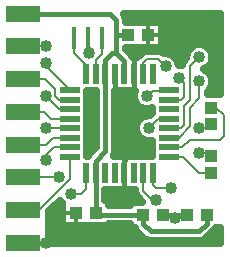
<source format=gtl>
G04 DipTrace 3.3.1.1*
G04 Top.gtl*
%MOIN*%
G04 #@! TF.FileFunction,Copper,L1,Top*
G04 #@! TF.Part,Single*
G04 #@! TA.AperFunction,Conductor*
%ADD13C,0.008*%
%ADD14C,0.017*%
%ADD15C,0.012*%
G04 #@! TA.AperFunction,CopperBalancing*
%ADD16C,0.025*%
%ADD17C,0.012992*%
%ADD20R,0.043307X0.03937*%
%ADD22R,0.11811X0.0545*%
%ADD23R,0.03937X0.043307*%
%ADD26R,0.019685X0.066929*%
%ADD27R,0.066929X0.019685*%
%ADD30R,0.015748X0.074803*%
G04 #@! TA.AperFunction,ViaPad*
%ADD31C,0.04*%
%FSLAX26Y26*%
G04*
G70*
G90*
G75*
G01*
G04 Top*
%LPD*%
X698475Y987450D2*
D13*
Y1032475D1*
X718701Y1052701D1*
Y1106201D1*
X624213D2*
Y1056940D1*
X665451Y1015701D1*
Y987450D1*
X666979D1*
X792963Y656741D2*
D14*
Y611713D1*
X774951Y593701D1*
X824459Y987450D2*
Y936958D1*
X812451Y924950D1*
X762451D1*
Y712450D1*
X795451D1*
Y700450D1*
X792963Y702938D1*
Y656741D1*
X531201Y424950D2*
X456201D1*
Y424951D1*
X762451Y924950D2*
X761467Y925934D1*
Y987450D1*
X795451Y712450D2*
X799951D1*
Y743701D1*
X671457Y1106201D2*
D15*
Y1078184D1*
X674951Y1074689D1*
Y1056201D1*
X824459Y987450D2*
D14*
Y1036959D1*
X856201Y1068701D1*
X874951Y1118701D2*
X873130D1*
X856201Y518701D2*
X712451D1*
X698475Y532677D1*
Y656741D1*
Y698475D1*
X729971Y729971D1*
Y987450D1*
X1068701Y518701D2*
Y487450D1*
X1043701Y462450D1*
X881202D1*
X856201Y487451D1*
Y518701D1*
X729971Y987450D2*
Y1034720D1*
X753201Y1057950D1*
X766201D1*
X792963Y1031188D1*
Y987450D1*
X766201Y1057950D2*
Y1118701D1*
Y1168463D1*
X746673Y1187991D1*
X456251D1*
X806201Y1118701D2*
X766201D1*
X698475Y532677D2*
Y525295D1*
X698130Y524950D1*
X611861Y806348D2*
D13*
X531348D1*
X531201Y806201D1*
Y1024950D2*
Y1013451D1*
X567951Y976701D1*
Y976241D1*
X611861Y932332D1*
X616701Y586701D2*
X649201D1*
X666979Y604479D1*
Y656741D1*
X611861Y711860D2*
Y636861D1*
X508951Y533951D1*
X456201D1*
X531201Y699950D2*
Y715701D1*
X558856Y743356D1*
X611861D1*
X456201Y751951D2*
X533202D1*
X556102Y774852D1*
X611861D1*
Y837844D2*
X549558D1*
X526450Y860951D1*
X456201D1*
Y969951D2*
X529950D1*
X562450Y937451D1*
Y912451D1*
X574066Y900836D1*
X611861D1*
Y869340D2*
X574311D1*
X531201Y912450D1*
X456201Y1078951D2*
X531201D1*
Y1081201D1*
X931201Y1012450D2*
X906201Y1037450D1*
X868701D1*
X855955Y1024705D1*
Y987450D1*
X974951Y974950D2*
X993028Y956874D1*
Y911778D1*
X982085Y900836D1*
X942570D1*
X1001772Y518701D2*
D14*
X923130D1*
X962451D1*
Y506201D1*
X899951Y568701D2*
D13*
X884837D1*
X855955Y597583D1*
Y656741D1*
X949951Y606201D2*
X899951D1*
X887451Y618701D1*
Y656741D1*
X942570Y711860D2*
X988041D1*
X1043699Y656201D1*
X1081201D1*
X942570Y743356D2*
X987106D1*
X1012451Y768701D1*
X1112451D1*
X1124951Y781201D1*
Y849950D1*
X1099950Y874950D1*
X1081201D1*
X1043701Y962450D2*
Y906201D1*
X1012451Y874950D1*
Y812450D1*
X974852Y774852D1*
X942570D1*
X1043701Y1043701D2*
X1013201Y1013201D1*
Y900701D1*
X993701Y881201D1*
Y818701D1*
X981348Y806348D1*
X942570D1*
X1081201Y712450D2*
Y724950D1*
X1043701D1*
Y806201D2*
X1081202D1*
Y820521D1*
X574951Y643701D2*
X456950D1*
X456201Y642951D1*
X942570Y932332D2*
X957333D1*
X956202Y931201D1*
X887451D1*
X868701Y912450D1*
X874951Y806201D2*
X906594Y837844D1*
X942570D1*
D31*
X799951Y743701D3*
X1043701Y806201D3*
Y724950D3*
X687451Y749950D3*
X806201Y1174950D3*
X874951Y806201D3*
X531201Y424950D3*
X987451Y1106201D3*
X931201Y1174950D3*
X868701Y912450D3*
X574951Y643701D3*
X531201Y912450D3*
Y806201D3*
Y699950D3*
X674951Y1056201D3*
X681201Y468701D3*
X793701D3*
X774951Y593701D3*
X531201Y1024950D3*
X616701Y586701D3*
X931201Y1012450D3*
X531201Y1081201D3*
X974951Y974950D3*
X962451Y506201D3*
X899951Y568701D3*
X949951Y606201D3*
X1043701Y962450D3*
Y1043701D3*
X787451Y887450D3*
X800710Y1162581D2*
D16*
X1109948D1*
X920778Y1137713D2*
X1109948D1*
X920778Y1112844D2*
X1109948D1*
X920778Y1087975D2*
X1109948D1*
X808783Y1063106D2*
X856318D1*
X918589D2*
X1002259D1*
X1085127D2*
X1109948D1*
X968719Y1038238D2*
X996840D1*
X1089362D2*
X1109948D1*
X1077377Y1013369D2*
X1109948D1*
X1081037Y988500D2*
X1109948D1*
X1089685Y963631D2*
X1109948D1*
X1082688Y938762D2*
X1109948D1*
X671311Y913894D2*
X695484D1*
X764466D2*
X822730D1*
X671311Y889025D2*
X695484D1*
X764466D2*
X829549D1*
X671311Y864156D2*
X695484D1*
X764466D2*
X883088D1*
X671311Y839287D2*
X695484D1*
X764466D2*
X844224D1*
X671311Y814419D2*
X695484D1*
X764466D2*
X829727D1*
X671311Y789550D2*
X695484D1*
X764466D2*
X832276D1*
X671311Y764681D2*
X695484D1*
X764466D2*
X859475D1*
X671311Y739812D2*
X692039D1*
X764466D2*
X883088D1*
X760735Y714944D2*
X883088D1*
X732961Y590600D2*
X826857D1*
X745770Y565731D2*
X846413D1*
X557272Y540862D2*
X583562D1*
X546201Y515993D2*
X583562D1*
X546201Y491125D2*
X583562D1*
X546201Y466256D2*
X829727D1*
X1095175D2*
X1109948D1*
X546201Y441387D2*
X854524D1*
X1070379D2*
X1109948D1*
X798188Y1161886D2*
X918283D1*
Y1075516D1*
X798210D1*
X798201Y1071226D1*
X817297Y1051970D1*
X820248Y1047908D1*
X822350Y1044415D1*
X836787D1*
X850841Y1058361D1*
X854332Y1060898D1*
X858177Y1062857D1*
X862281Y1064190D1*
X866543Y1064865D1*
X906201Y1064950D1*
X910503Y1064612D1*
X914698Y1063604D1*
X918685Y1061953D1*
X922365Y1059698D1*
X925652Y1056890D1*
X927787Y1055816D1*
X934614D1*
X941356Y1054748D1*
X947848Y1052639D1*
X953929Y1049539D1*
X959451Y1045528D1*
X964278Y1040701D1*
X968290Y1035178D1*
X971390Y1029097D1*
X973499Y1022605D1*
X974261Y1018446D1*
X981756Y1017915D1*
X985967Y1017005D1*
X987047Y1021698D1*
X988698Y1025685D1*
X990953Y1029365D1*
X993761Y1032652D1*
X1000429Y1039320D1*
X1000335Y1047114D1*
X1001403Y1053856D1*
X1003512Y1060348D1*
X1006612Y1066429D1*
X1010623Y1071951D1*
X1015450Y1076778D1*
X1020972Y1080790D1*
X1027054Y1083890D1*
X1033546Y1085999D1*
X1040287Y1087067D1*
X1047114D1*
X1053856Y1085999D1*
X1060348Y1083890D1*
X1066429Y1080790D1*
X1071951Y1076778D1*
X1076778Y1071951D1*
X1080790Y1066429D1*
X1083890Y1060348D1*
X1085999Y1053856D1*
X1087067Y1047114D1*
Y1040287D1*
X1085999Y1033546D1*
X1083890Y1027054D1*
X1080790Y1020972D1*
X1076778Y1015450D1*
X1071951Y1010623D1*
X1066429Y1006612D1*
X1060348Y1003512D1*
X1059209Y1003092D1*
X1063449Y1001210D1*
X1069269Y997643D1*
X1074459Y993210D1*
X1078892Y988020D1*
X1082459Y982199D1*
X1085072Y975892D1*
X1086665Y969256D1*
X1087201Y962450D1*
X1086665Y955646D1*
X1085072Y949009D1*
X1082459Y942702D1*
X1078892Y936882D1*
X1074459Y931692D1*
X1071207Y928786D1*
X1071201Y920072D1*
X1112476Y920104D1*
X1112451Y1187441D1*
X792089Y1187273D1*
X794713Y1182991D1*
X796635Y1178352D1*
X797807Y1173470D1*
X798201Y1168454D1*
X652979Y481765D2*
X586047D1*
X585942Y555942D1*
X581509Y561133D1*
X578979Y565101D1*
X543690Y529799D1*
X543701Y424959D1*
X1112417Y424950D1*
X1112451Y475499D1*
X1098388Y475516D1*
X1095986Y470730D1*
X1093034Y466668D1*
X1066328Y439823D1*
X1062510Y436562D1*
X1058228Y433938D1*
X1053589Y432016D1*
X1048707Y430844D1*
X1043701Y430450D1*
X878692Y430549D1*
X873732Y431335D1*
X868957Y432886D1*
X864482Y435165D1*
X860420Y438117D1*
X833573Y464824D1*
X830312Y468642D1*
X827689Y472924D1*
X826633Y475215D1*
X811047Y475516D1*
Y486676D1*
X743273Y486701D1*
X743283Y481765D1*
X652976Y481801D1*
X730450Y568135D2*
X743283D1*
Y550731D1*
X811025Y550701D1*
X811047Y561886D1*
X852781D1*
X835045Y579723D1*
X832508Y583214D1*
X830549Y587059D1*
X829215Y591163D1*
X828541Y595425D1*
X828455Y599772D1*
X730478Y599777D1*
X730475Y568143D1*
X885608Y764043D2*
X878365Y762835D1*
X871538D1*
X864797Y763903D1*
X858304Y766012D1*
X852223Y769112D1*
X846701Y773123D1*
X841874Y777950D1*
X837862Y783472D1*
X834762Y789554D1*
X832654Y796046D1*
X831585Y802787D1*
Y809614D1*
X832654Y816356D1*
X834762Y822848D1*
X837862Y828929D1*
X841874Y834451D1*
X846701Y839278D1*
X852223Y843290D1*
X858304Y846390D1*
X864797Y848499D1*
X871538Y849567D1*
X878365D1*
X879306Y849455D1*
X885623Y855764D1*
X885640Y871186D1*
X885348Y872261D1*
X878856Y870152D1*
X872114Y869084D1*
X865287D1*
X858546Y870152D1*
X852054Y872261D1*
X845972Y875361D1*
X840450Y879373D1*
X835623Y884199D1*
X831612Y889722D1*
X828512Y895803D1*
X826403Y902295D1*
X825335Y909037D1*
Y915864D1*
X826403Y922605D1*
X828512Y929097D1*
X829155Y930491D1*
X761986Y930486D1*
X761873Y727461D1*
X761087Y722501D1*
X759535Y717726D1*
X758479Y715434D1*
X760933Y713706D1*
X885589D1*
X885605Y764018D1*
X697990Y930486D2*
X668852D1*
X668825Y713731D1*
X671190Y715196D1*
X674142Y719257D1*
X697949Y743203D1*
X697971Y930457D1*
X873130Y1161850D2*
D17*
Y1075551D1*
Y1118701D2*
X918248D1*
X631201Y524950D2*
Y481801D1*
X586083Y524950D2*
X631201D1*
X824459Y1044379D2*
Y930521D1*
X761467Y987450D2*
Y930521D1*
X792963Y656741D2*
Y599812D1*
D20*
X806201Y1118701D3*
X873130D3*
X631201Y524950D3*
X698130D3*
D22*
X456201Y424951D3*
Y533951D3*
Y642951D3*
Y751951D3*
Y860951D3*
Y969951D3*
Y1078951D3*
X456251Y1187991D3*
D20*
X1068701Y518701D3*
X1001772D3*
X856201D3*
X923130D3*
D23*
X1081201Y656201D3*
Y712450D3*
Y874951D3*
Y820521D3*
D26*
X887451Y987450D3*
X855955D3*
X824459D3*
X792963D3*
X761467D3*
X729971D3*
X698475D3*
X666979D3*
D27*
X611861Y932332D3*
Y900836D3*
Y869340D3*
Y837844D3*
Y806348D3*
Y774852D3*
Y743356D3*
Y711860D3*
D26*
X666979Y656741D3*
X698475D3*
X729971D3*
X761467D3*
X792963D3*
X824459D3*
X855955D3*
X887451D3*
D27*
X942570Y711860D3*
Y743356D3*
Y774852D3*
Y806348D3*
Y837844D3*
Y869340D3*
Y900836D3*
Y932332D3*
D30*
X718701Y1106201D3*
X671457D3*
X624213D3*
M02*

</source>
